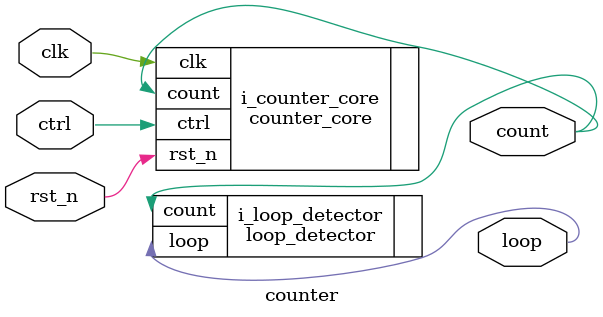
<source format=sv>
module counter #(
    parameter WIDTH = 1
  ) (
    input logic clk,
    input logic rst_n,
    input logic ctrl,
    output logic [WIDTH-1:0] count,
    output logic loop
  );

  counter_core #(
    .WIDTH   (WIDTH)
  ) i_counter_core (
    .clk     (clk),
    .rst_n   (rst_n),
    .ctrl    (ctrl),
    .count   (count)
  );

  loop_detector #(
    .WIDTH (WIDTH)
  ) i_loop_detector (
    .count (count),
    .loop  (loop)
  );

endmodule : counter

</source>
